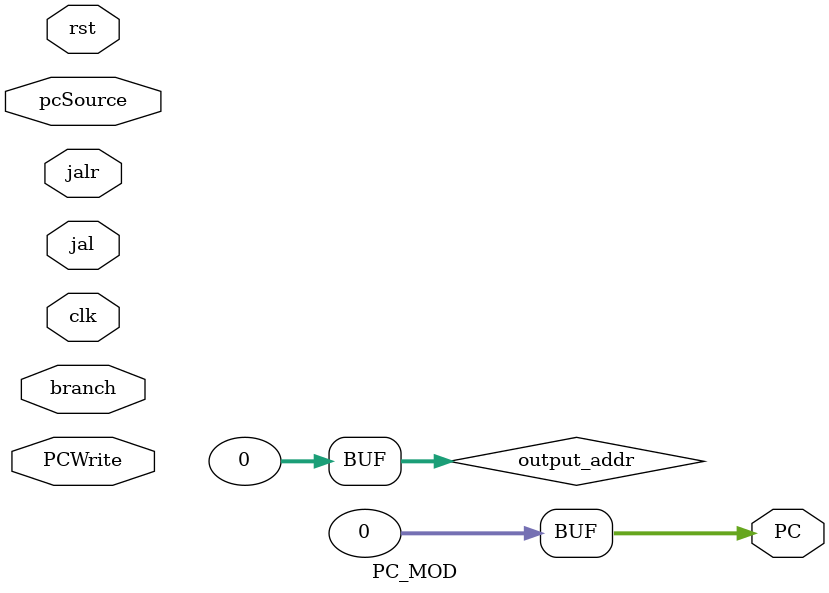
<source format=sv>
`timescale 1ns / 1ps


module PC_MOD(
    input rst,
    input PCWrite,
    input clk,
    input [1:0] pcSource,
    input [31:0] jalr, branch, jal,
    output [31:0] PC
    );
    
    logic [31:0] mux_out, input_address;
    reg [31:0] output_addr = 0;
    
    mux_4t1_nb  #(.n(32)) mux (
        .SEL   (pcSource), 
        .D0    (output_addr + 32'h4), 
        .D1    (jalr), 
        .D2    (branch), 
        .D3    (jal),
        .D_OUT (mux_out) );
    
    reg_nb_sclr #(.n(32)) PC_Reg (
        .data_in (mux_out),
        .clk (clk),
        .clr (rst),
        .ld (PCWrite),
        .data_out (output_addr)   );
        
    assign PC = output_addr;
    
endmodule

</source>
